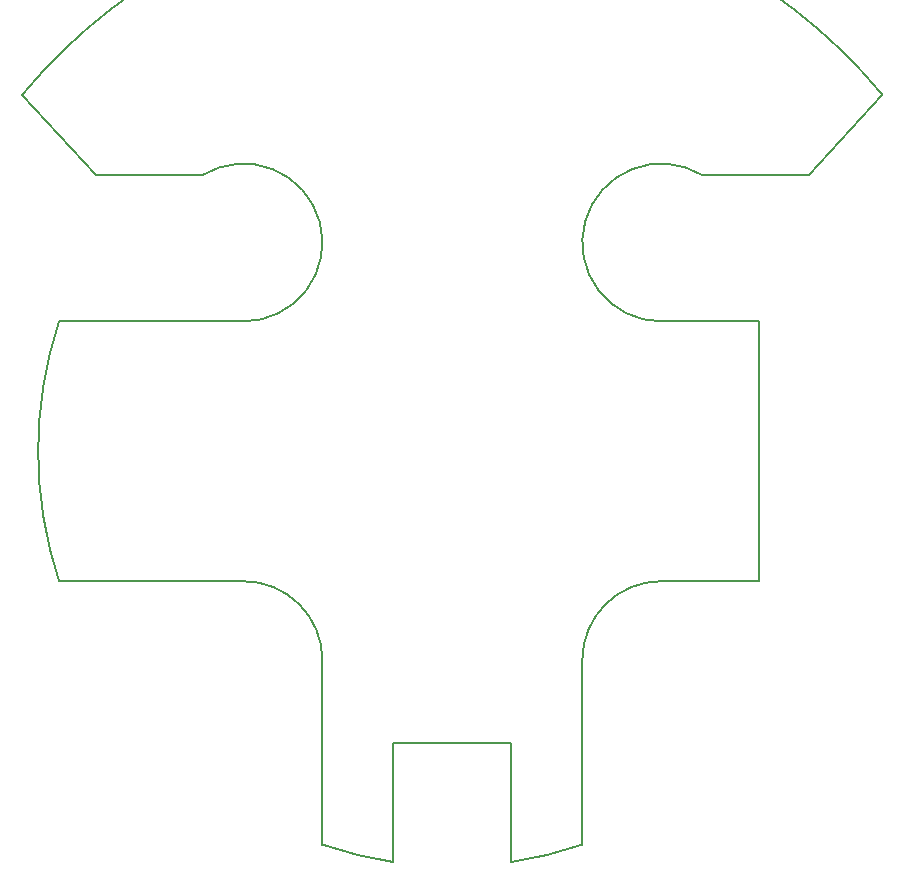
<source format=gm1>
G04 #@! TF.GenerationSoftware,KiCad,Pcbnew,7.0.1-3b83917a11~172~ubuntu22.04.1*
G04 #@! TF.CreationDate,2023-11-06T14:25:17+01:00*
G04 #@! TF.ProjectId,io_coupling_MCU_enhanced,696f5f63-6f75-4706-9c69-6e675f4d4355,rev?*
G04 #@! TF.SameCoordinates,Original*
G04 #@! TF.FileFunction,Profile,NP*
%FSLAX46Y46*%
G04 Gerber Fmt 4.6, Leading zero omitted, Abs format (unit mm)*
G04 Created by KiCad (PCBNEW 7.0.1-3b83917a11~172~ubuntu22.04.1) date 2023-11-06 14:25:17*
%MOMM*%
%LPD*%
G01*
G04 APERTURE LIST*
G04 #@! TA.AperFunction,Profile*
%ADD10C,0.150000*%
G04 #@! TD*
G04 APERTURE END LIST*
D10*
X-17680000Y11000000D02*
G75*
G03*
X-21116831Y23408051I0J6679999D01*
G01*
X-17680000Y11000000D02*
X-33300000Y11000000D01*
X11000000Y-17680000D02*
X11000000Y-33299999D01*
X5000001Y-34778018D02*
G75*
G03*
X11000000Y-33299998I-4999941J33214638D01*
G01*
X-33299999Y11000000D02*
G75*
G03*
X-33299999Y-11000000I33299991J-11000000D01*
G01*
X-11000000Y-33300000D02*
G75*
G03*
X-5000000Y-34778020I10999946J31736652D01*
G01*
X-5000000Y-24700000D02*
X5000000Y-24700000D01*
X-5000000Y-34778020D02*
X-5000000Y-24700000D01*
X17680000Y11000000D02*
X26000000Y11000000D01*
X5000000Y-24700000D02*
X5000001Y-34778018D01*
X17680000Y-11000000D02*
X26000000Y-11000000D01*
X36399997Y30199998D02*
G75*
G03*
X-36399998Y30199998I-36399997J-30199998D01*
G01*
X-11000000Y-17680000D02*
X-11000000Y-33300000D01*
X21116832Y23408053D02*
G75*
G03*
X17680000Y11000000I-3436832J-5728053D01*
G01*
X-30200000Y23408051D02*
X-21116831Y23408051D01*
X17680000Y-11000000D02*
G75*
G03*
X11000000Y-17680000I0J-6680000D01*
G01*
X26000000Y11000000D02*
X26000000Y-11000000D01*
X-11000000Y-17680000D02*
G75*
G03*
X-17680000Y-11000000I-6679998J2D01*
G01*
X-17680000Y-11000000D02*
X-33300000Y-11000000D01*
X36399999Y30199999D02*
X30200000Y23408051D01*
X-36399999Y30199999D02*
X-30200000Y23408051D01*
X30200000Y23408051D02*
X21116831Y23408051D01*
M02*

</source>
